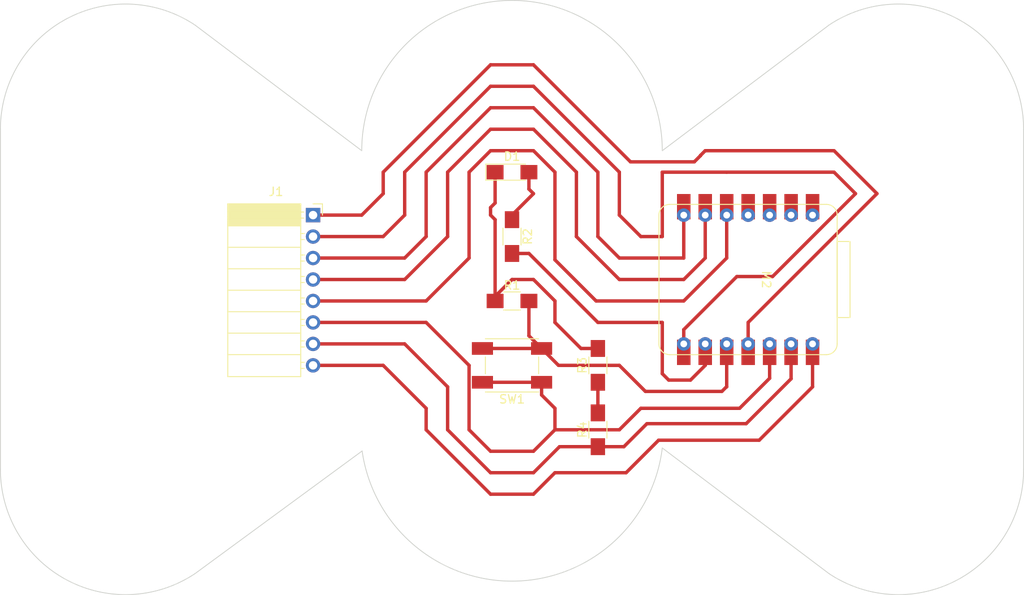
<source format=kicad_pcb>
(kicad_pcb (version 20221018) (generator pcbnew)
  (layers (0 "F.Cu" signal) (31 "B.Cu" signal) (34 "B.Paste" user) (35 "F.Paste" user) (36 "B.SilkS" user "B.Silkscreen") (37 "F.SilkS" user "F.Silkscreen") (38 "B.Mask" user) (39 "F.Mask" user) (44 "Edge.Cuts" user))
  (net 0 "")
  (net 1 "Net-(D1-A)")
  (net 2 "PWR_5V")
  (net 3 "PWR_3V3")
  (net 4 "SCL")
  (net 5 "SDA")
  (net 6 "P0{slash}TX")
  (net 7 "P1{slash}RX")
  (net 8 "P3")
  (net 9 "P26")
  (net 10 "P27")
  (net 11 "P28")
  (net 12 "P29")
  (net 13 "P2")
  (net 14 "P4")
  (net 15 "PWR_GND")
  (footprint "fab:R_1206" (layer "F.Cu") (at 96.52 78.74 -90)
    (fp_text reference "R2" (at 0 -1.85 90) (layer "F.SilkS"))
    (fp_text value "R_1206")
    (fp_line (start -1 -1.07) (end 1 -1.07) (stroke (width 0.12)) (layer "F.SilkS"))
    (fp_line (start 1 1.07) (end -1 1.07) (stroke (width 0.12)) (layer "F.SilkS"))
    (pad "1" smd rect (at -2 0 270) (size 2 1.7) (layers "F.Cu" "F.Paste" "F.Mask") (net 1 "Net-(D1-A)"))
    (pad "2" smd rect (at 2 0 270) (size 2 1.7) (layers "F.Cu" "F.Paste" "F.Mask") (net 13 "P2"))
  )
  (footprint "fab:R_1206" (layer "F.Cu") (at 106.68 101.6 90)
    (fp_text reference "R4" (at 0 -1.85 90) (layer "F.SilkS"))
    (fp_text value "R_1206")
    (fp_line (start -1 -1.07) (end 1 -1.07) (stroke (width 0.12)) (layer "F.SilkS"))
    (fp_line (start 1 1.07) (end -1 1.07) (stroke (width 0.12)) (layer "F.SilkS"))
    (pad "1" smd rect (at -2 0 90) (size 2 1.7) (layers "F.Cu" "F.Paste" "F.Mask") (net 15 "PWR_GND"))
    (pad "2" smd rect (at 2 0 90) (size 2 1.7) (layers "F.Cu" "F.Paste" "F.Mask") (net 15 "PWR_GND"))
  )
  (footprint "fab:Button_Omron_B3SN_6.0x6.0mm" (layer "F.Cu") (at 96.52 93.98 180)
    (fp_text reference "SW1" (at 0 -4) (layer "F.SilkS"))
    (fp_text value "Button_Omron_B3SN_6.0x6.0mm" hide)
    (fp_line (start -3.15 -3.15) (end 3.15 -3.15) (stroke (width 0.12)) (layer "F.SilkS"))
    (fp_line (start -3.15 1) (end -3.15 -1) (stroke (width 0.12)) (layer "F.SilkS"))
    (fp_line (start 3.15 -1) (end 3.15 1) (stroke (width 0.12)) (layer "F.SilkS"))
    (fp_line (start 3.15 3.15) (end -3.15 3.15) (stroke (width 0.12)) (layer "F.SilkS"))
    (pad "1" smd rect (at -3.5 -2 180) (size 2.5 1.5) (layers "F.Cu" "F.Paste" "F.Mask") (net 3 "PWR_3V3"))
    (pad "1" smd rect (at 3.5 -2 180) (size 2.5 1.5) (layers "F.Cu" "F.Paste" "F.Mask") (net 3 "PWR_3V3"))
    (pad "2" smd rect (at -3.5 2 180) (size 2.5 1.5) (layers "F.Cu" "F.Paste" "F.Mask") (net 14 "P4"))
    (pad "2" smd rect (at 3.5 2 180) (size 2.5 1.5) (layers "F.Cu" "F.Paste" "F.Mask") (net 14 "P4"))
  )
  (footprint "fab:R_1206" (layer "F.Cu") (at 106.68 93.98 90)
    (fp_text reference "R3" (at 0 -1.85 90) (layer "F.SilkS"))
    (fp_text value "R_1206")
    (fp_line (start -1 -1.07) (end 1 -1.07) (stroke (width 0.12)) (layer "F.SilkS"))
    (fp_line (start 1 1.07) (end -1 1.07) (stroke (width 0.12)) (layer "F.SilkS"))
    (pad "1" smd rect (at -2 0 90) (size 2 1.7) (layers "F.Cu" "F.Paste" "F.Mask") (net 15 "PWR_GND"))
    (pad "2" smd rect (at 2 0 90) (size 2 1.7) (layers "F.Cu" "F.Paste" "F.Mask") (net 15 "PWR_GND"))
  )
  (footprint "fab:R_1206" (layer "F.Cu") (at 96.52 86.36)
    (fp_text reference "R1" (at 0 -1.85) (layer "F.SilkS"))
    (fp_text value "R_1206")
    (fp_line (start -1 -1.07) (end 1 -1.07) (stroke (width 0.12)) (layer "F.SilkS"))
    (fp_line (start 1 1.07) (end -1 1.07) (stroke (width 0.12)) (layer "F.SilkS"))
    (pad "1" smd rect (at -2 0) (size 2 1.7) (layers "F.Cu" "F.Paste" "F.Mask") (net 15 "PWR_GND"))
    (pad "2" smd rect (at 2 0) (size 2 1.7) (layers "F.Cu" "F.Paste" "F.Mask") (net 14 "P4"))
  )
  (footprint "Connector_PinSocket_2.54mm:PinSocket_1x08_P2.54mm_Horizontal" (layer "F.Cu") (at 72.98 76.2)
    (fp_text reference "J1" (at -4.38 -2.77) (layer "F.SilkS"))
    (fp_text value "Conn_01x08_Socket")
    (fp_line (start -10.09 -1.33) (end -10.09 19.11) (stroke (width 0.12)) (layer "F.SilkS"))
    (fp_line (start -10.09 -1.33) (end -1.46 -1.33) (stroke (width 0.12)) (layer "F.SilkS"))
    (fp_line (start -10.09 -1.21) (end -1.46 -1.21) (stroke (width 0.12)) (layer "F.SilkS"))
    (fp_line (start -10.09 -1.091905) (end -1.46 -1.091905) (stroke (width 0.12)) (layer "F.SilkS"))
    (fp_line (start -10.09 -0.97381) (end -1.46 -0.97381) (stroke (width 0.12)) (layer "F.SilkS"))
    (fp_line (start -10.09 -0.855715) (end -1.46 -0.855715) (stroke (width 0.12)) (layer "F.SilkS"))
    (fp_line (start -10.09 -0.73762) (end -1.46 -0.73762) (stroke (width 0.12)) (layer "F.SilkS"))
    (fp_line (start -10.09 -0.619525) (end -1.46 -0.619525) (stroke (width 0.12)) (layer "F.SilkS"))
    (fp_line (start -10.09 -0.50143) (end -1.46 -0.50143) (stroke (width 0.12)) (layer "F.SilkS"))
    (fp_line (start -10.09 -0.383335) (end -1.46 -0.383335) (stroke (width 0.12)) (layer "F.SilkS"))
    (fp_line (start -10.09 -0.26524) (end -1.46 -0.26524) (stroke (width 0.12)) (layer "F.SilkS"))
    (fp_line (start -10.09 -0.147145) (end -1.46 -0.147145) (stroke (width 0.12)) (layer "F.SilkS"))
    (fp_line (start -10.09 -0.02905) (end -1.46 -0.02905) (stroke (width 0.12)) (layer "F.SilkS"))
    (fp_line (start -10.09 0.089045) (end -1.46 0.089045) (stroke (width 0.12)) (layer "F.SilkS"))
    (fp_line (start -10.09 0.20714) (end -1.46 0.20714) (stroke (width 0.12)) (layer "F.SilkS"))
    (fp_line (start -10.09 0.325235) (end -1.46 0.325235) (stroke (width 0.12)) (layer "F.SilkS"))
    (fp_line (start -10.09 0.44333) (end -1.46 0.44333) (stroke (width 0.12)) (layer "F.SilkS"))
    (fp_line (start -10.09 0.561425) (end -1.46 0.561425) (stroke (width 0.12)) (layer "F.SilkS"))
    (fp_line (start -10.09 0.67952) (end -1.46 0.67952) (stroke (width 0.12)) (layer "F.SilkS"))
    (fp_line (start -10.09 0.797615) (end -1.46 0.797615) (stroke (width 0.12)) (layer "F.SilkS"))
    (fp_line (start -10.09 0.91571) (end -1.46 0.91571) (stroke (width 0.12)) (layer "F.SilkS"))
    (fp_line (start -10.09 1.033805) (end -1.46 1.033805) (stroke (width 0.12)) (layer "F.SilkS"))
    (fp_line (start -10.09 1.1519) (end -1.46 1.1519) (stroke (width 0.12)) (layer "F.SilkS"))
    (fp_line (start -10.09 1.27) (end -1.46 1.27) (stroke (width 0.12)) (layer "F.SilkS"))
    (fp_line (start -10.09 3.81) (end -1.46 3.81) (stroke (width 0.12)) (layer "F.SilkS"))
    (fp_line (start -10.09 6.35) (end -1.46 6.35) (stroke (width 0.12)) (layer "F.SilkS"))
    (fp_line (start -10.09 8.89) (end -1.46 8.89) (stroke (width 0.12)) (layer "F.SilkS"))
    (fp_line (start -10.09 11.43) (end -1.46 11.43) (stroke (width 0.12)) (layer "F.SilkS"))
    (fp_line (start -10.09 13.97) (end -1.46 13.97) (stroke (width 0.12)) (layer "F.SilkS"))
    (fp_line (start -10.09 16.51) (end -1.46 16.51) (stroke (width 0.12)) (layer "F.SilkS"))
    (fp_line (start -10.09 19.11) (end -1.46 19.11) (stroke (width 0.12)) (layer "F.SilkS"))
    (fp_line (start -1.46 -1.33) (end -1.46 19.11) (stroke (width 0.12)) (layer "F.SilkS"))
    (fp_line (start -1.46 -0.36) (end -1.11 -0.36) (stroke (width 0.12)) (layer "F.SilkS"))
    (fp_line (start -1.46 0.36) (end -1.11 0.36) (stroke (width 0.12)) (layer "F.SilkS"))
    (fp_line (start -1.46 2.18) (end -1.05 2.18) (stroke (width 0.12)) (layer "F.SilkS"))
    (fp_line (start -1.46 2.9) (end -1.05 2.9) (stroke (width 0.12)) (layer "F.SilkS"))
    (fp_line (start -1.46 4.72) (end -1.05 4.72) (stroke (width 0.12)) (layer "F.SilkS"))
    (fp_line (start -1.46 5.44) (end -1.05 5.44) (stroke (width 0.12)) (layer "F.SilkS"))
    (fp_line (start -1.46 7.26) (end -1.05 7.26) (stroke (width 0.12)) (layer "F.SilkS"))
    (fp_line (start -1.46 7.98) (end -1.05 7.98) (stroke (width 0.12)) (layer "F.SilkS"))
    (fp_line (start -1.46 9.8) (end -1.05 9.8) (stroke (width 0.12)) (layer "F.SilkS"))
    (fp_line (start -1.46 10.52) (end -1.05 10.52) (stroke (width 0.12)) (layer "F.SilkS"))
    (fp_line (start -1.46 12.34) (end -1.05 12.34) (stroke (width 0.12)) (layer "F.SilkS"))
    (fp_line (start -1.46 13.06) (end -1.05 13.06) (stroke (width 0.12)) (layer "F.SilkS"))
    (fp_line (start -1.46 14.88) (end -1.05 14.88) (stroke (width 0.12)) (layer "F.SilkS"))
    (fp_line (start -1.46 15.6) (end -1.05 15.6) (stroke (width 0.12)) (layer "F.SilkS"))
    (fp_line (start -1.46 17.42) (end -1.05 17.42) (stroke (width 0.12)) (layer "F.SilkS"))
    (fp_line (start -1.46 18.14) (end -1.05 18.14) (stroke (width 0.12)) (layer "F.SilkS"))
    (fp_line (start 0 -1.33) (end 1.11 -1.33) (stroke (width 0.12)) (layer "F.SilkS"))
    (fp_line (start 1.11 -1.33) (end 1.11 0) (stroke (width 0.12)) (layer "F.SilkS"))
    (pad "1" thru_hole rect (at 0 0) (size 1.7 1.7) (drill 1) (layers "*.Cu" "*.Mask") (net 8 "P3"))
    (pad "2" thru_hole oval (at 0 2.54) (size 1.7 1.7) (drill 1) (layers "*.Cu" "*.Mask") (net 7 "P1{slash}RX"))
    (pad "3" thru_hole oval (at 0 5.08) (size 1.7 1.7) (drill 1) (layers "*.Cu" "*.Mask") (net 6 "P0{slash}TX"))
    (pad "4" thru_hole oval (at 0 7.62) (size 1.7 1.7) (drill 1) (layers "*.Cu" "*.Mask") (net 4 "SCL"))
    (pad "5" thru_hole oval (at 0 10.16) (size 1.7 1.7) (drill 1) (layers "*.Cu" "*.Mask") (net 5 "SDA"))
    (pad "6" thru_hole oval (at 0 12.7) (size 1.7 1.7) (drill 1) (layers "*.Cu" "*.Mask") (net 3 "PWR_3V3"))
    (pad "7" thru_hole oval (at 0 15.24) (size 1.7 1.7) (drill 1) (layers "*.Cu" "*.Mask") (net 15 "PWR_GND"))
    (pad "8" thru_hole oval (at 0 17.78) (size 1.7 1.7) (drill 1) (layers "*.Cu" "*.Mask") (net 2 "PWR_5V"))
  )
  (footprint "fab:SeedStudio_XIAO" (layer "F.Cu") (at 124.46 83.82 -90)
    (fp_text reference "M2" (at 0.0025 -2.149 -90 unlocked) (layer "F.SilkS"))
    (fp_text value "Module_XIAO-RP2040")
    (fp_line (start -8.8875 9.281) (end -8.8875 -9.261) (stroke (width 0.12)) (layer "F.SilkS"))
    (fp_line (start -7.6175 -10.531) (end 7.6225 -10.531) (stroke (width 0.12)) (layer "F.SilkS"))
    (fp_line (start 7.6225 10.551) (end -7.6175 10.551) (stroke (width 0.12)) (layer "F.SilkS"))
    (fp_line (start 8.8925 -9.261) (end 8.8925 9.281) (stroke (width 0.12)) (layer "F.SilkS"))
    (fp_rect (start -4.4975 -10.531) (end 4.5025 -12.055) (stroke (width 0.12)) (fill none) (layer "F.SilkS"))
    (fp_arc (start -8.8875 -9.261) (mid -8.515526 -10.159026) (end -7.6175 -10.531) (stroke (width 0.12)) (layer "F.SilkS"))
    (fp_arc (start -7.6175 10.551) (mid -8.515526 10.179026) (end -8.8875 9.281) (stroke (width 0.12)) (layer "F.SilkS"))
    (fp_arc (start 7.6225 -10.531) (mid 8.520526 -10.159026) (end 8.8925 -9.261) (stroke (width 0.12)) (layer "F.SilkS"))
    (fp_arc (start 8.8925 9.281) (mid 8.520526 10.179026) (end 7.6225 10.551) (stroke (width 0.12)) (layer "F.SilkS"))
    (pad "1" thru_hole circle (at -7.615 -7.62 270) (size 1.6 1.6) (drill 0.8) (layers "*.Cu" "*.Mask") (net 9 "P26"))
    (pad "1" smd rect (at -7.615 -7.62 270) (size 3 1.6) (drill (offset -1 0)) (layers "F.Cu" "F.Paste" "F.Mask") (net 9 "P26"))
    (pad "2" thru_hole circle (at -7.615 -5.08 270) (size 1.6 1.6) (drill 0.8) (layers "*.Cu" "*.Mask") (net 10 "P27"))
    (pad "2" smd rect (at -7.615 -5.08 270) (size 3 1.6) (drill (offset -1 0)) (layers "F.Cu" "F.Paste" "F.Mask") (net 10 "P27"))
    (pad "3" thru_hole circle (at -7.615 -2.54 270) (size 1.6 1.6) (drill 0.8) (layers "*.Cu" "*.Mask") (net 11 "P28"))
    (pad "3" smd rect (at -7.615 -2.54 270) (size 3 1.6) (drill (offset -1 0)) (layers "F.Cu" "F.Paste" "F.Mask") (net 11 "P28"))
    (pad "4" thru_hole circle (at -7.615 0 270) (size 1.6 1.6) (drill 0.8) (layers "*.Cu" "*.Mask") (net 12 "P29"))
    (pad "4" smd rect (at -7.615 0 270) (size 3 1.6) (drill (offset -1 0)) (layers "F.Cu" "F.Paste" "F.Mask") (net 12 "P29"))
    (pad "5" thru_hole circle (at -7.615 2.54 270) (size 1.6 1.6) (drill 0.8) (layers "*.Cu" "*.Mask") (net 5 "SDA"))
    (pad "5" smd rect (at -7.615 2.54 270) (size 3 1.6) (drill (offset -1 0)) (layers "F.Cu" "F.Paste" "F.Mask") (net 5 "SDA"))
    (pad "6" thru_hole circle (at -7.615 5.08 270) (size 1.6 1.6) (drill 0.8) (layers "*.Cu" "*.Mask") (net 4 "SCL"))
    (pad "6" smd rect (at -7.615 5.08 270) (size 3 1.6) (drill (offset -1 0)) (layers "F.Cu" "F.Paste" "F.Mask") (net 4 "SCL"))
    (pad "7" thru_hole circle (at -7.615 7.62 270) (size 1.6 1.6) (drill 0.8) (layers "*.Cu" "*.Mask") (net 6 "P0{slash}TX"))
    (pad "7" smd rect (at -7.615 7.62 270) (size 3 1.6) (drill (offset -1 0)) (layers "F.Cu" "F.Paste" "F.Mask") (net 6 "P0{slash}TX"))
    (pad "8" thru_hole circle (at 7.62 7.62 270) (size 1.6 1.6) (drill 0.8) (layers "*.Cu" "*.Mask") (net 7 "P1{slash}RX"))
    (pad "8" smd rect (at 7.62 7.62 270) (size 3 1.6) (drill (offset 1 0)) (layers "F.Cu" "F.Paste" "F.Mask") (net 7 "P1{slash}RX"))
    (pad "9" thru_hole circle (at 7.62 5.08 270) (size 1.6 1.6) (drill 0.8) (layers "*.Cu" "*.Mask") (net 13 "P2"))
    (pad "9" smd rect (at 7.62 5.08 270) (size 3 1.6) (drill (offset 1 0)) (layers "F.Cu" "F.Paste" "F.Mask") (net 13 "P2"))
    (pad "10" thru_hole circle (at 7.62 2.54 270) (size 1.6 1.6) (drill 0.8) (layers "*.Cu" "*.Mask") (net 14 "P4"))
    (pad "10" smd rect (at 7.62 2.54 270) (size 3 1.6) (drill (offset 1 0)) (layers "F.Cu" "F.Paste" "F.Mask") (net 14 "P4"))
    (pad "11" thru_hole circle (at 7.62 0 270) (size 1.6 1.6) (drill 0.8) (layers "*.Cu" "*.Mask") (net 8 "P3"))
    (pad "11" smd rect (at 7.62 0 270) (size 3 1.6) (drill (offset 1 0)) (layers "F.Cu" "F.Paste" "F.Mask") (net 8 "P3"))
    (pad "12" thru_hole circle (at 7.62 -2.54 270) (size 1.6 1.6) (drill 0.8) (layers "*.Cu" "*.Mask") (net 3 "PWR_3V3"))
    (pad "12" smd rect (at 7.62 -2.54 270) (size 3 1.6) (drill (offset 1 0)) (layers "F.Cu" "F.Paste" "F.Mask") (net 3 "PWR_3V3"))
    (pad "13" thru_hole circle (at 7.62 -5.08 270) (size 1.6 1.6) (drill 0.8) (layers "*.Cu" "*.Mask") (net 15 "PWR_GND"))
    (pad "13" smd rect (at 7.62 -5.08 270) (size 3 1.6) (drill (offset 1 0)) (layers "F.Cu" "F.Paste" "F.Mask") (net 15 "PWR_GND"))
    (pad "14" thru_hole circle (at 7.62 -7.62 270) (size 1.6 1.6) (drill 0.8) (layers "*.Cu" "*.Mask") (net 2 "PWR_5V"))
    (pad "14" smd rect (at 7.62 -7.62 270) (size 3 1.6) (drill (offset 1 0)) (layers "F.Cu" "F.Paste" "F.Mask") (net 2 "PWR_5V"))
  )
  (footprint "fab:LED_1206" (layer "F.Cu") (at 96.52 71.12)
    (fp_text reference "D1" (at 0 -1.85) (layer "F.SilkS"))
    (fp_text value "LED_1206")
    (fp_line (start -3.1 -0.95) (end -3.1 0.95) (stroke (width 0.12)) (layer "F.SilkS"))
    (fp_line (start -3.1 -0.95) (end 1.6 -0.95) (stroke (width 0.12)) (layer "F.SilkS"))
    (fp_line (start -3.1 0.95) (end 1.6 0.95) (stroke (width 0.12)) (layer "F.SilkS"))
    (pad "1" smd rect (at -2 0) (size 2 1.7) (layers "F.Cu" "F.Paste" "F.Mask") (net 15 "PWR_GND"))
    (pad "2" smd rect (at 2 0) (size 2 1.7) (layers "F.Cu" "F.Paste" "F.Mask") (net 1 "Net-(D1-A)"))
  )
  (gr_line (start 157.050617 106.295262) (end 157.050617 66.04) (stroke (width 0.1)) (layer "Edge.Cuts"))
  (gr_arc (start 157.050617 106.295262) (mid 149.228508 119.353406) (end 134.024549 118.618441) (stroke (width 0.1)) (layer "Edge.Cuts"))
  (gr_line (start 78.786307 104.107924) (end 59.015451 118.618441) (stroke (width 0.1)) (layer "Edge.Cuts"))
  (gr_arc (start 134.024549 53.716821) (mid 149.228508 52.981856) (end 157.050617 66.04) (stroke (width 0.1)) (layer "Edge.Cuts"))
  (gr_line (start 35.989383 106.295262) (end 35.989383 66.04) (stroke (width 0.1)) (layer "Edge.Cuts"))
  (gr_line (start 114.3 103.755262) (end 134.024549 118.618441) (stroke (width 0.1)) (layer "Edge.Cuts"))
  (gr_line (start 78.74 68.58) (end 59.015451 53.716821) (stroke (width 0.1)) (layer "Edge.Cuts"))
  (gr_line (start 114.3 68.58) (end 134.024549 53.716821) (stroke (width 0.1)) (layer "Edge.Cuts"))
  (gr_arc (start 35.989383 66.04) (mid 43.811492 52.981856) (end 59.015451 53.716821) (stroke (width 0.1)) (layer "Edge.Cuts"))
  (gr_arc (start 59.015451 118.618441) (mid 43.811492 119.353406) (end 35.989383 106.295262) (stroke (width 0.1)) (layer "Edge.Cuts"))
  (gr_arc (start 78.74 68.58) (mid 96.52 50.8) (end 114.3 68.58) (stroke (width 0.1)) (layer "Edge.Cuts"))
  (gr_arc (start 114.3 103.755262) (mid 96.697845 119.509269) (end 78.786307 104.107924) (stroke (width 0.1)) (layer "Edge.Cuts"))
  (segment (start 98.52 73.12) (end 98.52 71.12) (width 0.4) (layer "F.Cu") (net 1))
  (segment (start 96.52 76.2) (end 99.06 73.66) (width 0.4) (layer "F.Cu") (net 1))
  (segment (start 99.06 73.66) (end 98.52 73.12) (width 0.4) (layer "F.Cu") (net 1))
  (segment (start 96.52 76.74) (end 96.52 76.2) (width 0.4) (layer "F.Cu") (net 1))
  (segment (start 93.98 109.22) (end 99.06 109.22) (width 0.4) (layer "F.Cu") (net 2))
  (segment (start 110.02 106.68) (end 113.865311 102.834689) (width 0.4) (layer "F.Cu") (net 2))
  (segment (start 72.98 93.98) (end 81.28 93.98) (width 0.4) (layer "F.Cu") (net 2))
  (segment (start 101.6 106.68) (end 110.02 106.68) (width 0.4) (layer "F.Cu") (net 2))
  (segment (start 81.28 93.98) (end 86.36 99.06) (width 0.4) (layer "F.Cu") (net 2))
  (segment (start 86.36 99.06) (end 86.36 101.6) (width 0.4) (layer "F.Cu") (net 2))
  (segment (start 113.865311 102.834689) (end 125.765311 102.834689) (width 0.4) (layer "F.Cu") (net 2))
  (segment (start 86.36 101.6) (end 93.98 109.22) (width 0.4) (layer "F.Cu") (net 2))
  (segment (start 132.08 96.52) (end 132.08 91.44) (width 0.4) (layer "F.Cu") (net 2))
  (segment (start 99.06 109.22) (end 101.6 106.68) (width 0.4) (layer "F.Cu") (net 2))
  (segment (start 125.765311 102.834689) (end 132.08 96.52) (width 0.4) (layer "F.Cu") (net 2))
  (segment (start 101.6 101.6) (end 109.22 101.6) (width 0.4) (layer "F.Cu") (net 3))
  (segment (start 99.06 104.14) (end 101.6 101.6) (width 0.4) (layer "F.Cu") (net 3))
  (segment (start 123.446209 99.06) (end 127 95.506209) (width 0.4) (layer "F.Cu") (net 3))
  (segment (start 91.44 101.6) (end 93.98 104.14) (width 0.4) (layer "F.Cu") (net 3))
  (segment (start 91.44 93.98) (end 91.44 101.6) (width 0.4) (layer "F.Cu") (net 3))
  (segment (start 72.98 88.9) (end 86.36 88.9) (width 0.4) (layer "F.Cu") (net 3))
  (segment (start 86.36 88.9) (end 91.44 93.98) (width 0.4) (layer "F.Cu") (net 3))
  (segment (start 100.02 95.98) (end 100.02 97.48) (width 0.4) (layer "F.Cu") (net 3))
  (segment (start 100.02 97.48) (end 101.6 99.06) (width 0.4) (layer "F.Cu") (net 3))
  (segment (start 127 95.506209) (end 127 91.44) (width 0.4) (layer "F.Cu") (net 3))
  (segment (start 109.22 101.6) (end 111.76 99.06) (width 0.4) (layer "F.Cu") (net 3))
  (segment (start 111.76 99.06) (end 123.446209 99.06) (width 0.4) (layer "F.Cu") (net 3))
  (segment (start 93.98 104.14) (end 99.06 104.14) (width 0.4) (layer "F.Cu") (net 3))
  (segment (start 101.6 99.06) (end 101.6 101.6) (width 0.4) (layer "F.Cu") (net 3))
  (segment (start 100.02 95.98) (end 93.02 95.98) (width 0.4) (layer "F.Cu") (net 3))
  (segment (start 119.38 81.28) (end 119.38 76.205) (width 0.4) (layer "F.Cu") (net 4))
  (segment (start 88.9 71.12) (end 93.98 66.04) (width 0.4) (layer "F.Cu") (net 4))
  (segment (start 83.82 83.82) (end 88.9 78.74) (width 0.4) (layer "F.Cu") (net 4))
  (segment (start 99.06 66.04) (end 104.14 71.12) (width 0.4) (layer "F.Cu") (net 4))
  (segment (start 116.84 83.82) (end 119.38 81.28) (width 0.4) (layer "F.Cu") (net 4))
  (segment (start 109.22 83.82) (end 116.84 83.82) (width 0.4) (layer "F.Cu") (net 4))
  (segment (start 88.9 78.74) (end 88.9 71.12) (width 0.4) (layer "F.Cu") (net 4))
  (segment (start 93.98 66.04) (end 99.06 66.04) (width 0.4) (layer "F.Cu") (net 4))
  (segment (start 72.98 83.82) (end 83.82 83.82) (width 0.4) (layer "F.Cu") (net 4))
  (segment (start 104.14 78.74) (end 109.22 83.82) (width 0.4) (layer "F.Cu") (net 4))
  (segment (start 104.14 71.12) (end 104.14 78.74) (width 0.4) (layer "F.Cu") (net 4))
  (segment (start 86.36 86.36) (end 91.44 81.28) (width 0.4) (layer "F.Cu") (net 5))
  (segment (start 116.84 86.36) (end 121.92 81.28) (width 0.4) (layer "F.Cu") (net 5))
  (segment (start 72.98 86.36) (end 86.36 86.36) (width 0.4) (layer "F.Cu") (net 5))
  (segment (start 91.44 71.12) (end 93.98 68.58) (width 0.4) (layer "F.Cu") (net 5))
  (segment (start 99.06 68.58) (end 101.6 71.12) (width 0.4) (layer "F.Cu") (net 5))
  (segment (start 101.6 71.12) (end 101.6 81.492132) (width 0.4) (layer "F.Cu") (net 5))
  (segment (start 106.467868 86.36) (end 116.84 86.36) (width 0.4) (layer "F.Cu") (net 5))
  (segment (start 101.6 81.492132) (end 106.467868 86.36) (width 0.4) (layer "F.Cu") (net 5))
  (segment (start 121.92 81.28) (end 121.92 76.205) (width 0.4) (layer "F.Cu") (net 5))
  (segment (start 93.98 68.58) (end 99.06 68.58) (width 0.4) (layer "F.Cu") (net 5))
  (segment (start 91.44 81.28) (end 91.44 71.12) (width 0.4) (layer "F.Cu") (net 5))
  (segment (start 86.36 78.74) (end 86.36 71.12) (width 0.4) (layer "F.Cu") (net 6))
  (segment (start 93.98 63.5) (end 99.06 63.5) (width 0.4) (layer "F.Cu") (net 6))
  (segment (start 72.98 81.28) (end 83.82 81.28) (width 0.4) (layer "F.Cu") (net 6))
  (segment (start 99.06 63.5) (end 106.68 71.12) (width 0.4) (layer "F.Cu") (net 6))
  (segment (start 106.68 78.74) (end 109.22 81.28) (width 0.4) (layer "F.Cu") (net 6))
  (segment (start 106.68 71.12) (end 106.68 78.74) (width 0.4) (layer "F.Cu") (net 6))
  (segment (start 109.22 81.28) (end 116.84 81.28) (width 0.4) (layer "F.Cu") (net 6))
  (segment (start 83.82 81.28) (end 86.36 78.74) (width 0.4) (layer "F.Cu") (net 6))
  (segment (start 86.36 71.12) (end 93.98 63.5) (width 0.4) (layer "F.Cu") (net 6))
  (segment (start 116.84 81.28) (end 116.84 76.205) (width 0.4) (layer "F.Cu") (net 6))
  (segment (start 83.82 76.2) (end 83.82 71.12) (width 0.4) (layer "F.Cu") (net 7))
  (segment (start 72.98 78.74) (end 81.28 78.74) (width 0.4) (layer "F.Cu") (net 7))
  (segment (start 99.06 60.96) (end 109.22 71.12) (width 0.4) (layer "F.Cu") (net 7))
  (segment (start 116.84 89.748528) (end 116.84 91.44) (width 0.4) (layer "F.Cu") (net 7))
  (segment (start 127.351472 83.468528) (end 137.16 73.66) (width 0.4) (layer "F.Cu") (net 7))
  (segment (start 123.12 83.468528) (end 127.351472 83.468528) (width 0.4) (layer "F.Cu") (net 7))
  (segment (start 109.22 76.2) (end 111.76 78.74) (width 0.4) (layer "F.Cu") (net 7))
  (segment (start 81.28 78.74) (end 83.82 76.2) (width 0.4) (layer "F.Cu") (net 7))
  (segment (start 114.3 71.12) (end 121.92 71.12) (width 0.4) (layer "F.Cu") (net 7))
  (segment (start 93.98 60.96) (end 99.06 60.96) (width 0.4) (layer "F.Cu") (net 7))
  (segment (start 123.12 83.468528) (end 116.84 89.748528) (width 0.4) (layer "F.Cu") (net 7))
  (segment (start 134.62 71.12) (end 121.92 71.12) (width 0.4) (layer "F.Cu") (net 7))
  (segment (start 137.16 73.66) (end 134.62 71.12) (width 0.4) (layer "F.Cu") (net 7))
  (segment (start 111.76 78.74) (end 114.3 78.74) (width 0.4) (layer "F.Cu") (net 7))
  (segment (start 83.82 71.12) (end 93.98 60.96) (width 0.4) (layer "F.Cu") (net 7))
  (segment (start 109.22 71.12) (end 109.22 76.2) (width 0.4) (layer "F.Cu") (net 7))
  (segment (start 114.3 78.74) (end 114.3 71.12) (width 0.4) (layer "F.Cu") (net 7))
  (segment (start 81.28 71.12) (end 81.28 73.66) (width 0.4) (layer "F.Cu") (net 8))
  (segment (start 124.46 91.44) (end 124.46 88.9) (width 0.4) (layer "F.Cu") (net 8))
  (segment (start 124.46 88.9) (end 139.7 73.66) (width 0.4) (layer "F.Cu") (net 8))
  (segment (start 134.62 68.58) (end 119.38 68.58) (width 0.4) (layer "F.Cu") (net 8))
  (segment (start 81.28 73.66) (end 78.74 76.2) (width 0.4) (layer "F.Cu") (net 8))
  (segment (start 93.98 58.42) (end 81.28 71.12) (width 0.4) (layer "F.Cu") (net 8))
  (segment (start 139.7 73.66) (end 134.62 68.58) (width 0.4) (layer "F.Cu") (net 8))
  (segment (start 99.06 58.42) (end 93.98 58.42) (width 0.4) (layer "F.Cu") (net 8))
  (segment (start 118.084285 69.900929) (end 110.540929 69.900929) (width 0.4) (layer "F.Cu") (net 8))
  (segment (start 118.820431 69.164783) (end 118.084285 69.900929) (width 0.4) (layer "F.Cu") (net 8))
  (segment (start 110.540929 69.900929) (end 99.06 58.42) (width 0.4) (layer "F.Cu") (net 8))
  (segment (start 118.820431 69.139569) (end 118.820431 69.164783) (width 0.4) (layer "F.Cu") (net 8))
  (segment (start 78.74 76.2) (end 72.98 76.2) (width 0.4) (layer "F.Cu") (net 8))
  (segment (start 119.38 68.58) (end 118.820431 69.139569) (width 0.4) (layer "F.Cu") (net 8))
  (segment (start 114.3 88.9) (end 114.3 94.96) (width 0.4) (layer "F.Cu") (net 13))
  (segment (start 106.68 88.9) (end 114.3 88.9) (width 0.4) (layer "F.Cu") (net 13))
  (segment (start 96.52 80.74) (end 98.52 80.74) (width 0.4) (layer "F.Cu") (net 13))
  (segment (start 115.06 95.72) (end 117.64 95.72) (width 0.4) (layer "F.Cu") (net 13))
  (segment (start 98.52 80.74) (end 106.68 88.9) (width 0.4) (layer "F.Cu") (net 13))
  (segment (start 119.38 93.98) (end 119.38 91.44) (width 0.4) (layer "F.Cu") (net 13))
  (segment (start 114.3 94.96) (end 115.06 95.72) (width 0.4) (layer "F.Cu") (net 13))
  (segment (start 117.64 95.72) (end 119.38 93.98) (width 0.4) (layer "F.Cu") (net 13))
  (segment (start 100.02 91.98) (end 93.02 91.98) (width 0.4) (layer "F.Cu") (net 14))
  (segment (start 112.300754 97.060754) (end 109.22 93.98) (width 0.4) (layer "F.Cu") (net 14))
  (segment (start 102.02 93.98) (end 100.02 91.98) (width 0.4) (layer "F.Cu") (net 14))
  (segment (start 121.891663 96.52) (end 121.350909 97.060754) (width 0.4) (layer "F.Cu") (net 14))
  (segment (start 109.22 93.98) (end 102.02 93.98) (width 0.4) (layer "F.Cu") (net 14))
  (segment (start 98.52 90.48) (end 100.02 91.98) (width 0.4) (layer "F.Cu") (net 14))
  (segment (start 121.92 91.44) (end 121.92 96.52) (width 0.4) (layer "F.Cu") (net 14))
  (segment (start 121.92 96.52) (end 121.891663 96.52) (width 0.4) (layer "F.Cu") (net 14))
  (segment (start 98.52 86.36) (end 98.52 90.48) (width 0.4) (layer "F.Cu") (net 14))
  (segment (start 121.350909 97.060754) (end 112.300754 97.060754) (width 0.4) (layer "F.Cu") (net 14))
  (segment (start 93.98 75.308528) (end 93.98 76.2) (width 0.4) (layer "F.Cu") (net 15))
  (segment (start 101.6 86.36) (end 101.6 88.9) (width 0.4) (layer "F.Cu") (net 15))
  (segment (start 109.76 103.6) (end 112.482942 100.877058) (width 0.4) (layer "F.Cu") (net 15))
  (segment (start 112.482942 100.877058) (end 124.228725 100.877058) (width 0.4) (layer "F.Cu") (net 15))
  (segment (start 88.9 101.6) (end 93.98 106.68) (width 0.4) (layer "F.Cu") (net 15))
  (segment (start 102.14 103.6) (end 106.68 103.6) (width 0.4) (layer "F.Cu") (net 15))
  (segment (start 129.54 95.565783) (end 129.54 91.44) (width 0.4) (layer "F.Cu") (net 15))
  (segment (start 101.6 88.9) (end 104.68 91.98) (width 0.4) (layer "F.Cu") (net 15))
  (segment (start 93.98 75.308528) (end 94.52 74.768528) (width 0.4) (layer "F.Cu") (net 15))
  (segment (start 94.52 85.82) (end 96.52 83.82) (width 0.4) (layer "F.Cu") (net 15))
  (segment (start 93.98 106.68) (end 99.06 106.68) (width 0.4) (layer "F.Cu") (net 15))
  (segment (start 94.52 74.768528) (end 94.52 71.12) (width 0.4) (layer "F.Cu") (net 15))
  (segment (start 94.52 76.74) (end 94.52 86.36) (width 0.4) (layer "F.Cu") (net 15))
  (segment (start 104.68 91.98) (end 106.68 91.98) (width 0.4) (layer "F.Cu") (net 15))
  (segment (start 96.52 83.82) (end 99.06 83.82) (width 0.4) (layer "F.Cu") (net 15))
  (segment (start 94.52 86.36) (end 94.52 85.82) (width 0.4) (layer "F.Cu") (net 15))
  (segment (start 72.98 91.44) (end 83.82 91.44) (width 0.4) (layer "F.Cu") (net 15))
  (segment (start 106.68 103.6) (end 109.76 103.6) (width 0.4) (layer "F.Cu") (net 15))
  (segment (start 83.82 91.44) (end 88.9 96.52) (width 0.4) (layer "F.Cu") (net 15))
  (segment (start 99.06 106.68) (end 102.14 103.6) (width 0.4) (layer "F.Cu") (net 15))
  (segment (start 88.9 96.52) (end 88.9 101.6) (width 0.4) (layer "F.Cu") (net 15))
  (segment (start 106.68 99.6) (end 106.68 95.98) (width 0.4) (layer "F.Cu") (net 15))
  (segment (start 124.228725 100.877058) (end 129.54 95.565783) (width 0.4) (layer "F.Cu") (net 15))
  (segment (start 99.06 83.82) (end 101.6 86.36) (width 0.4) (layer "F.Cu") (net 15))
  (segment (start 93.98 76.2) (end 94.52 76.74) (width 0.4) (layer "F.Cu") (net 15))
)
</source>
